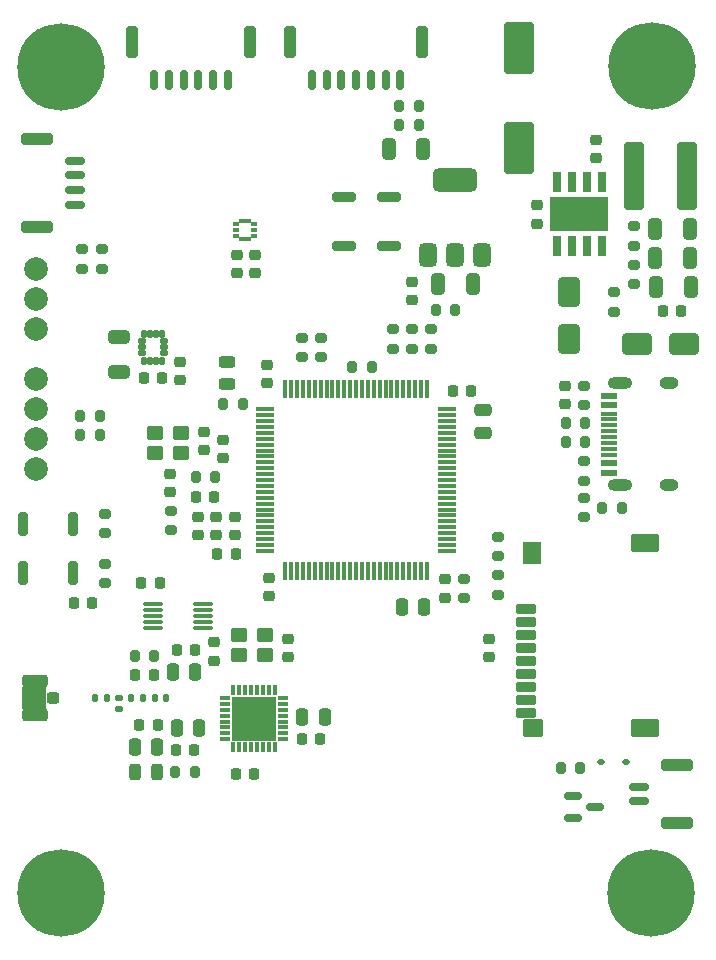
<source format=gbr>
%TF.GenerationSoftware,KiCad,Pcbnew,9.0.3*%
%TF.CreationDate,2025-09-14T01:16:20+07:00*%
%TF.ProjectId,CodeName0,436f6465-4e61-46d6-9530-2e6b69636164,rev?*%
%TF.SameCoordinates,Original*%
%TF.FileFunction,Soldermask,Top*%
%TF.FilePolarity,Negative*%
%FSLAX46Y46*%
G04 Gerber Fmt 4.6, Leading zero omitted, Abs format (unit mm)*
G04 Created by KiCad (PCBNEW 9.0.3) date 2025-09-14 01:16:20*
%MOMM*%
%LPD*%
G01*
G04 APERTURE LIST*
G04 Aperture macros list*
%AMRoundRect*
0 Rectangle with rounded corners*
0 $1 Rounding radius*
0 $2 $3 $4 $5 $6 $7 $8 $9 X,Y pos of 4 corners*
0 Add a 4 corners polygon primitive as box body*
4,1,4,$2,$3,$4,$5,$6,$7,$8,$9,$2,$3,0*
0 Add four circle primitives for the rounded corners*
1,1,$1+$1,$2,$3*
1,1,$1+$1,$4,$5*
1,1,$1+$1,$6,$7*
1,1,$1+$1,$8,$9*
0 Add four rect primitives between the rounded corners*
20,1,$1+$1,$2,$3,$4,$5,0*
20,1,$1+$1,$4,$5,$6,$7,0*
20,1,$1+$1,$6,$7,$8,$9,0*
20,1,$1+$1,$8,$9,$2,$3,0*%
G04 Aperture macros list end*
%ADD10RoundRect,0.250000X0.250000X0.475000X-0.250000X0.475000X-0.250000X-0.475000X0.250000X-0.475000X0*%
%ADD11RoundRect,0.200000X-0.200000X-0.275000X0.200000X-0.275000X0.200000X0.275000X-0.200000X0.275000X0*%
%ADD12RoundRect,0.225000X-0.250000X0.225000X-0.250000X-0.225000X0.250000X-0.225000X0.250000X0.225000X0*%
%ADD13RoundRect,0.225000X0.225000X0.250000X-0.225000X0.250000X-0.225000X-0.250000X0.225000X-0.250000X0*%
%ADD14RoundRect,0.200000X-0.275000X0.200000X-0.275000X-0.200000X0.275000X-0.200000X0.275000X0.200000X0*%
%ADD15C,0.800000*%
%ADD16C,7.400000*%
%ADD17RoundRect,0.250000X1.000000X0.650000X-1.000000X0.650000X-1.000000X-0.650000X1.000000X-0.650000X0*%
%ADD18RoundRect,0.225000X-0.225000X-0.250000X0.225000X-0.250000X0.225000X0.250000X-0.225000X0.250000X0*%
%ADD19RoundRect,0.250000X0.325000X0.650000X-0.325000X0.650000X-0.325000X-0.650000X0.325000X-0.650000X0*%
%ADD20RoundRect,0.200000X0.275000X-0.200000X0.275000X0.200000X-0.275000X0.200000X-0.275000X-0.200000X0*%
%ADD21RoundRect,0.250000X-0.325000X-0.650000X0.325000X-0.650000X0.325000X0.650000X-0.325000X0.650000X0*%
%ADD22RoundRect,0.218750X0.218750X0.256250X-0.218750X0.256250X-0.218750X-0.256250X0.218750X-0.256250X0*%
%ADD23RoundRect,0.250000X1.000000X-1.950000X1.000000X1.950000X-1.000000X1.950000X-1.000000X-1.950000X0*%
%ADD24RoundRect,0.200000X-0.800000X0.200000X-0.800000X-0.200000X0.800000X-0.200000X0.800000X0.200000X0*%
%ADD25RoundRect,0.243750X-0.243750X-0.456250X0.243750X-0.456250X0.243750X0.456250X-0.243750X0.456250X0*%
%ADD26RoundRect,0.140000X0.140000X0.170000X-0.140000X0.170000X-0.140000X-0.170000X0.140000X-0.170000X0*%
%ADD27RoundRect,0.218750X-0.256250X0.218750X-0.256250X-0.218750X0.256250X-0.218750X0.256250X0.218750X0*%
%ADD28RoundRect,0.200000X0.800000X-0.200000X0.800000X0.200000X-0.800000X0.200000X-0.800000X-0.200000X0*%
%ADD29RoundRect,0.250000X-0.600000X-2.600000X0.600000X-2.600000X0.600000X2.600000X-0.600000X2.600000X0*%
%ADD30C,2.000000*%
%ADD31RoundRect,0.218750X0.256250X-0.218750X0.256250X0.218750X-0.256250X0.218750X-0.256250X-0.218750X0*%
%ADD32RoundRect,0.050000X0.800000X-0.350000X0.800000X0.350000X-0.800000X0.350000X-0.800000X-0.350000X0*%
%ADD33RoundRect,0.050000X0.800000X-0.700000X0.800000X0.700000X-0.800000X0.700000X-0.800000X-0.700000X0*%
%ADD34RoundRect,0.050000X1.100000X-0.700000X1.100000X0.700000X-1.100000X0.700000X-1.100000X-0.700000X0*%
%ADD35RoundRect,0.050000X0.700000X-0.900000X0.700000X0.900000X-0.700000X0.900000X-0.700000X-0.900000X0*%
%ADD36RoundRect,0.225000X0.250000X-0.225000X0.250000X0.225000X-0.250000X0.225000X-0.250000X-0.225000X0*%
%ADD37RoundRect,0.250000X-0.450000X-0.350000X0.450000X-0.350000X0.450000X0.350000X-0.450000X0.350000X0*%
%ADD38RoundRect,0.375000X0.375000X-0.625000X0.375000X0.625000X-0.375000X0.625000X-0.375000X-0.625000X0*%
%ADD39RoundRect,0.500000X1.400000X-0.500000X1.400000X0.500000X-1.400000X0.500000X-1.400000X-0.500000X0*%
%ADD40RoundRect,0.140000X0.170000X-0.140000X0.170000X0.140000X-0.170000X0.140000X-0.170000X-0.140000X0*%
%ADD41RoundRect,0.150000X0.150000X0.700000X-0.150000X0.700000X-0.150000X-0.700000X0.150000X-0.700000X0*%
%ADD42RoundRect,0.250000X0.250000X1.100000X-0.250000X1.100000X-0.250000X-1.100000X0.250000X-1.100000X0*%
%ADD43R,1.450000X0.600000*%
%ADD44R,1.450000X0.300000*%
%ADD45O,2.100000X1.000000*%
%ADD46O,1.600000X1.000000*%
%ADD47RoundRect,0.200000X-0.200000X-0.800000X0.200000X-0.800000X0.200000X0.800000X-0.200000X0.800000X0*%
%ADD48RoundRect,0.150000X-0.700000X0.150000X-0.700000X-0.150000X0.700000X-0.150000X0.700000X0.150000X0*%
%ADD49RoundRect,0.250000X-1.100000X0.250000X-1.100000X-0.250000X1.100000X-0.250000X1.100000X0.250000X0*%
%ADD50RoundRect,0.250000X-0.250000X-0.475000X0.250000X-0.475000X0.250000X0.475000X-0.250000X0.475000X0*%
%ADD51RoundRect,0.035000X0.315000X-0.790000X0.315000X0.790000X-0.315000X0.790000X-0.315000X-0.790000X0*%
%ADD52R,4.900000X2.950000*%
%ADD53RoundRect,0.075000X-0.725000X-0.075000X0.725000X-0.075000X0.725000X0.075000X-0.725000X0.075000X0*%
%ADD54RoundRect,0.075000X-0.075000X-0.725000X0.075000X-0.725000X0.075000X0.725000X-0.075000X0.725000X0*%
%ADD55RoundRect,0.218750X-0.218750X-0.256250X0.218750X-0.256250X0.218750X0.256250X-0.218750X0.256250X0*%
%ADD56RoundRect,0.112500X-0.112500X0.232500X-0.112500X-0.232500X0.112500X-0.232500X0.112500X0.232500X0*%
%ADD57RoundRect,0.112500X-0.232500X0.112500X-0.232500X-0.112500X0.232500X-0.112500X0.232500X0.112500X0*%
%ADD58RoundRect,0.147500X-0.147500X-0.172500X0.147500X-0.172500X0.147500X0.172500X-0.147500X0.172500X0*%
%ADD59RoundRect,0.250000X0.650000X-0.325000X0.650000X0.325000X-0.650000X0.325000X-0.650000X-0.325000X0*%
%ADD60RoundRect,0.087500X-0.725000X-0.087500X0.725000X-0.087500X0.725000X0.087500X-0.725000X0.087500X0*%
%ADD61RoundRect,0.016650X-0.183350X0.168350X-0.183350X-0.168350X0.183350X-0.168350X0.183350X0.168350X0*%
%ADD62RoundRect,0.250000X0.275000X0.250000X-0.275000X0.250000X-0.275000X-0.250000X0.275000X-0.250000X0*%
%ADD63RoundRect,0.250000X0.850000X0.275000X-0.850000X0.275000X-0.850000X-0.275000X0.850000X-0.275000X0*%
%ADD64RoundRect,0.250000X-0.650000X1.000000X-0.650000X-1.000000X0.650000X-1.000000X0.650000X1.000000X0*%
%ADD65RoundRect,0.140000X-0.140000X-0.170000X0.140000X-0.170000X0.140000X0.170000X-0.140000X0.170000X0*%
%ADD66RoundRect,0.243750X-0.456250X0.243750X-0.456250X-0.243750X0.456250X-0.243750X0.456250X0.243750X0*%
%ADD67RoundRect,0.200000X0.200000X0.275000X-0.200000X0.275000X-0.200000X-0.275000X0.200000X-0.275000X0*%
%ADD68RoundRect,0.150000X-0.587500X-0.150000X0.587500X-0.150000X0.587500X0.150000X-0.587500X0.150000X0*%
%ADD69RoundRect,0.112500X0.187500X0.112500X-0.187500X0.112500X-0.187500X-0.112500X0.187500X-0.112500X0*%
%ADD70RoundRect,0.150000X0.700000X-0.150000X0.700000X0.150000X-0.700000X0.150000X-0.700000X-0.150000X0*%
%ADD71RoundRect,0.250000X1.100000X-0.250000X1.100000X0.250000X-1.100000X0.250000X-1.100000X-0.250000X0*%
%ADD72RoundRect,0.250000X-0.475000X0.250000X-0.475000X-0.250000X0.475000X-0.250000X0.475000X0.250000X0*%
%ADD73RoundRect,0.038750X-0.386250X-0.116250X0.386250X-0.116250X0.386250X0.116250X-0.386250X0.116250X0*%
%ADD74RoundRect,0.038750X-0.116250X-0.386250X0.116250X-0.386250X0.116250X0.386250X-0.116250X0.386250X0*%
%ADD75RoundRect,0.050000X-1.850000X-1.850000X1.850000X-1.850000X1.850000X1.850000X-1.850000X1.850000X0*%
G04 APERTURE END LIST*
%TO.C,J8*%
G36*
X103790000Y-119400000D02*
G01*
X101700000Y-119400000D01*
X101700000Y-117520000D01*
X103790000Y-117520000D01*
X103790000Y-119400000D01*
G37*
%TD*%
D10*
%TO.C,C22*%
X135750000Y-110750000D03*
X133850000Y-110750000D03*
%TD*%
D11*
%TO.C,R24*%
X116425000Y-99750000D03*
X118075000Y-99750000D03*
%TD*%
D12*
%TO.C,C31*%
X121450000Y-80955000D03*
X121450000Y-82505000D03*
%TD*%
D13*
%TO.C,C35*%
X116312500Y-122850000D03*
X114762500Y-122850000D03*
%TD*%
D11*
%TO.C,R25*%
X129660000Y-90390000D03*
X131310000Y-90390000D03*
%TD*%
D14*
%TO.C,R26*%
X127050000Y-87950000D03*
X127050000Y-89600000D03*
%TD*%
D15*
%TO.C,REF\u002A\u002A*%
X152225000Y-135000000D03*
X153037779Y-133037779D03*
X153037779Y-136962221D03*
X155000000Y-132225000D03*
D16*
X155000000Y-135000000D03*
D15*
X155000000Y-137775000D03*
X156962221Y-133037779D03*
X156962221Y-136962221D03*
X157775000Y-135000000D03*
%TD*%
D17*
%TO.C,D1*%
X157800000Y-88475000D03*
X153800000Y-88475000D03*
%TD*%
D11*
%TO.C,R11*%
X147750000Y-96800000D03*
X149400000Y-96800000D03*
%TD*%
D18*
%TO.C,C34*%
X119850000Y-124925000D03*
X121400000Y-124925000D03*
%TD*%
D19*
%TO.C,C10*%
X139887013Y-83438058D03*
X136937013Y-83438058D03*
%TD*%
D20*
%TO.C,R7*%
X108500000Y-82100000D03*
X108500000Y-80450000D03*
%TD*%
%TO.C,R15*%
X149300000Y-100050000D03*
X149300000Y-98400000D03*
%TD*%
D21*
%TO.C,C8*%
X155350000Y-78775000D03*
X158300000Y-78775000D03*
%TD*%
D14*
%TO.C,R1*%
X133125000Y-87250000D03*
X133125000Y-88900000D03*
%TD*%
D22*
%TO.C,FB3*%
X113225000Y-120750000D03*
X111650000Y-120750000D03*
%TD*%
D23*
%TO.C,C2*%
X143800000Y-71850000D03*
X143800000Y-63450000D03*
%TD*%
D18*
%TO.C,C28*%
X125400000Y-121950000D03*
X126950000Y-121950000D03*
%TD*%
D21*
%TO.C,C5*%
X155400000Y-83675000D03*
X158350000Y-83675000D03*
%TD*%
D24*
%TO.C,SW2*%
X129000000Y-76000000D03*
X129000000Y-80200000D03*
%TD*%
D25*
%TO.C,D4*%
X111312500Y-124725000D03*
X113187500Y-124725000D03*
%TD*%
D20*
%TO.C,R29*%
X108750000Y-104525000D03*
X108750000Y-102875000D03*
%TD*%
D21*
%TO.C,C6*%
X155350000Y-81175000D03*
X158300000Y-81175000D03*
%TD*%
D26*
%TO.C,C38*%
X108900000Y-118450000D03*
X107940000Y-118450000D03*
%TD*%
D11*
%TO.C,R23*%
X136750000Y-85600000D03*
X138400000Y-85600000D03*
%TD*%
D18*
%TO.C,C37*%
X106125000Y-110450000D03*
X107675000Y-110450000D03*
%TD*%
D27*
%TO.C,D6*%
X134700000Y-83200000D03*
X134700000Y-84775000D03*
%TD*%
D20*
%TO.C,R28*%
X139100000Y-110000000D03*
X139100000Y-108350000D03*
%TD*%
D12*
%TO.C,C1*%
X141250000Y-113450000D03*
X141250000Y-115000000D03*
%TD*%
D28*
%TO.C,SW1*%
X132750000Y-80200000D03*
X132750000Y-76000000D03*
%TD*%
D27*
%TO.C,FB2*%
X119775000Y-103100000D03*
X119775000Y-104675000D03*
%TD*%
D20*
%TO.C,R13*%
X136325000Y-88895000D03*
X136325000Y-87245000D03*
%TD*%
D29*
%TO.C,L1*%
X153550000Y-74225000D03*
X158050000Y-74225000D03*
%TD*%
D30*
%TO.C,J9*%
X102900000Y-91450000D03*
X102900000Y-93990000D03*
X102900000Y-96530000D03*
X102900000Y-99070000D03*
%TD*%
D10*
%TO.C,C33*%
X113162500Y-122600000D03*
X111262500Y-122600000D03*
%TD*%
D31*
%TO.C,FB1*%
X147700000Y-93575000D03*
X147700000Y-92000000D03*
%TD*%
D32*
%TO.C,J5*%
X144400000Y-110900000D03*
X144400000Y-112000000D03*
X144400000Y-113100000D03*
X144400000Y-114200000D03*
X144400000Y-115300000D03*
X144400000Y-116400000D03*
X144400000Y-117500000D03*
X144400000Y-118600000D03*
X144400000Y-119700000D03*
D33*
X145000000Y-121000000D03*
D34*
X154500000Y-121000000D03*
D35*
X144900000Y-106200000D03*
D34*
X154500000Y-105300000D03*
%TD*%
D11*
%TO.C,R32*%
X114687500Y-124700000D03*
X116337500Y-124700000D03*
%TD*%
D36*
%TO.C,C3*%
X150300000Y-72775000D03*
X150300000Y-71225000D03*
%TD*%
D15*
%TO.C,REF\u002A\u002A*%
X102225000Y-65000000D03*
X103037779Y-63037779D03*
X103037779Y-66962221D03*
X105000000Y-62225000D03*
D16*
X105000000Y-65000000D03*
D15*
X105000000Y-67775000D03*
X106962221Y-63037779D03*
X106962221Y-66962221D03*
X107775000Y-65000000D03*
%TD*%
D36*
%TO.C,C21*%
X116600000Y-104675000D03*
X116600000Y-103125000D03*
%TD*%
D37*
%TO.C,Y1*%
X113000000Y-97750000D03*
X115200000Y-97750000D03*
X115200000Y-96050000D03*
X113000000Y-96050000D03*
%TD*%
D38*
%TO.C,U2*%
X136087013Y-80938058D03*
X138387013Y-80938058D03*
D39*
X138387013Y-74638058D03*
D38*
X140687013Y-80938058D03*
%TD*%
D36*
%TO.C,C15*%
X122600000Y-109850000D03*
X122600000Y-108300000D03*
%TD*%
D11*
%TO.C,R22*%
X147325000Y-124400000D03*
X148975000Y-124400000D03*
%TD*%
D40*
%TO.C,C42*%
X109950000Y-119410000D03*
X109950000Y-118450000D03*
%TD*%
D41*
%TO.C,J2*%
X133750000Y-66100000D03*
X132500000Y-66100000D03*
X131250000Y-66100000D03*
X130000000Y-66100000D03*
X128750000Y-66100000D03*
X127500000Y-66100000D03*
X126250000Y-66100000D03*
D42*
X135600000Y-62900000D03*
X124400000Y-62900000D03*
%TD*%
D36*
%TO.C,C27*%
X115105000Y-91545000D03*
X115105000Y-89995000D03*
%TD*%
D14*
%TO.C,R16*%
X149300000Y-92000000D03*
X149300000Y-93650000D03*
%TD*%
D10*
%TO.C,C25*%
X116700000Y-121000000D03*
X114800000Y-121000000D03*
%TD*%
D43*
%TO.C,J3*%
X151405000Y-99370000D03*
X151405000Y-98570000D03*
D44*
X151405000Y-97370000D03*
X151405000Y-96370000D03*
X151405000Y-95870000D03*
X151405000Y-94870000D03*
D43*
X151405000Y-93670000D03*
X151405000Y-92870000D03*
X151405000Y-92870000D03*
X151405000Y-93670000D03*
D44*
X151405000Y-94370000D03*
X151405000Y-95370000D03*
X151405000Y-96870000D03*
X151405000Y-97870000D03*
D43*
X151405000Y-98570000D03*
X151405000Y-99370000D03*
D45*
X152320000Y-100440000D03*
D46*
X156500000Y-100440000D03*
D45*
X152320000Y-91800000D03*
D46*
X156500000Y-91800000D03*
%TD*%
D12*
%TO.C,C41*%
X124200000Y-113450000D03*
X124200000Y-115000000D03*
%TD*%
D47*
%TO.C,SW4*%
X101800000Y-107900000D03*
X106000000Y-107900000D03*
%TD*%
D14*
%TO.C,R4*%
X142050000Y-108050000D03*
X142050000Y-109700000D03*
%TD*%
D48*
%TO.C,J4*%
X106200000Y-72950000D03*
X106200000Y-74200000D03*
X106200000Y-75450000D03*
X106200000Y-76700000D03*
D49*
X103000000Y-71100000D03*
X103000000Y-78550000D03*
%TD*%
D15*
%TO.C,REF\u002A\u002A*%
X102225000Y-135000000D03*
X103037779Y-133037779D03*
X103037779Y-136962221D03*
X105000000Y-132225000D03*
D16*
X105000000Y-135000000D03*
D15*
X105000000Y-137775000D03*
X106962221Y-133037779D03*
X106962221Y-136962221D03*
X107775000Y-135000000D03*
%TD*%
D41*
%TO.C,J6*%
X119150000Y-66100000D03*
X117900000Y-66100000D03*
X116650000Y-66100000D03*
X115400000Y-66100000D03*
X114150000Y-66100000D03*
X112900000Y-66100000D03*
D42*
X121000000Y-62900000D03*
X111050000Y-62900000D03*
%TD*%
D14*
%TO.C,R21*%
X108750000Y-107075000D03*
X108750000Y-108725000D03*
%TD*%
D30*
%TO.C,J1*%
X102900000Y-82100000D03*
X102900000Y-84640000D03*
X102900000Y-87180000D03*
%TD*%
D50*
%TO.C,C24*%
X114475000Y-116250000D03*
X116375000Y-116250000D03*
%TD*%
D11*
%TO.C,R30*%
X106650000Y-96200000D03*
X108300000Y-96200000D03*
%TD*%
D18*
%TO.C,C39*%
X111825000Y-108700000D03*
X113375000Y-108700000D03*
%TD*%
D51*
%TO.C,U1*%
X146995000Y-80175000D03*
X148265000Y-80175000D03*
X149535000Y-80175000D03*
X150805000Y-80175000D03*
X150805000Y-74775000D03*
X149535000Y-74775000D03*
X148265000Y-74775000D03*
X146995000Y-74775000D03*
D52*
X148900000Y-77475000D03*
%TD*%
D53*
%TO.C,U3*%
X122325000Y-94000000D03*
X122325000Y-94500000D03*
X122325000Y-95000000D03*
X122325000Y-95500000D03*
X122325000Y-96000000D03*
X122325000Y-96500000D03*
X122325000Y-97000000D03*
X122325000Y-97500000D03*
X122325000Y-98000000D03*
X122325000Y-98500000D03*
X122325000Y-99000000D03*
X122325000Y-99500000D03*
X122325000Y-100000000D03*
X122325000Y-100500000D03*
X122325000Y-101000000D03*
X122325000Y-101500000D03*
X122325000Y-102000000D03*
X122325000Y-102500000D03*
X122325000Y-103000000D03*
X122325000Y-103500000D03*
X122325000Y-104000000D03*
X122325000Y-104500000D03*
X122325000Y-105000000D03*
X122325000Y-105500000D03*
X122325000Y-106000000D03*
D54*
X124000000Y-107675000D03*
X124500000Y-107675000D03*
X125000000Y-107675000D03*
X125500000Y-107675000D03*
X126000000Y-107675000D03*
X126500000Y-107675000D03*
X127000000Y-107675000D03*
X127500000Y-107675000D03*
X128000000Y-107675000D03*
X128500000Y-107675000D03*
X129000000Y-107675000D03*
X129500000Y-107675000D03*
X130000000Y-107675000D03*
X130500000Y-107675000D03*
X131000000Y-107675000D03*
X131500000Y-107675000D03*
X132000000Y-107675000D03*
X132500000Y-107675000D03*
X133000000Y-107675000D03*
X133500000Y-107675000D03*
X134000000Y-107675000D03*
X134500000Y-107675000D03*
X135000000Y-107675000D03*
X135500000Y-107675000D03*
X136000000Y-107675000D03*
D53*
X137675000Y-106000000D03*
X137675000Y-105500000D03*
X137675000Y-105000000D03*
X137675000Y-104500000D03*
X137675000Y-104000000D03*
X137675000Y-103500000D03*
X137675000Y-103000000D03*
X137675000Y-102500000D03*
X137675000Y-102000000D03*
X137675000Y-101500000D03*
X137675000Y-101000000D03*
X137675000Y-100500000D03*
X137675000Y-100000000D03*
X137675000Y-99500000D03*
X137675000Y-99000000D03*
X137675000Y-98500000D03*
X137675000Y-98000000D03*
X137675000Y-97500000D03*
X137675000Y-97000000D03*
X137675000Y-96500000D03*
X137675000Y-96000000D03*
X137675000Y-95500000D03*
X137675000Y-95000000D03*
X137675000Y-94500000D03*
X137675000Y-94000000D03*
D54*
X136000000Y-92325000D03*
X135500000Y-92325000D03*
X135000000Y-92325000D03*
X134500000Y-92325000D03*
X134000000Y-92325000D03*
X133500000Y-92325000D03*
X133000000Y-92325000D03*
X132500000Y-92325000D03*
X132000000Y-92325000D03*
X131500000Y-92325000D03*
X131000000Y-92325000D03*
X130500000Y-92325000D03*
X130000000Y-92325000D03*
X129500000Y-92325000D03*
X129000000Y-92325000D03*
X128500000Y-92325000D03*
X128000000Y-92325000D03*
X127500000Y-92325000D03*
X127000000Y-92325000D03*
X126500000Y-92325000D03*
X126000000Y-92325000D03*
X125500000Y-92325000D03*
X125000000Y-92325000D03*
X124500000Y-92325000D03*
X124000000Y-92325000D03*
%TD*%
D37*
%TO.C,Y2*%
X120100000Y-114850000D03*
X122300000Y-114850000D03*
X122300000Y-113150000D03*
X120100000Y-113150000D03*
%TD*%
D15*
%TO.C,REF\u002A\u002A*%
X152262779Y-64962221D03*
X153075558Y-63000000D03*
X153075558Y-66924442D03*
X155037779Y-62187221D03*
D16*
X155037779Y-64962221D03*
D15*
X155037779Y-67737221D03*
X157000000Y-63000000D03*
X157000000Y-66924442D03*
X157812779Y-64962221D03*
%TD*%
D50*
%TO.C,C36*%
X125450000Y-120025000D03*
X127350000Y-120025000D03*
%TD*%
D36*
%TO.C,C20*%
X118175000Y-104675000D03*
X118175000Y-103125000D03*
%TD*%
D55*
%TO.C,D7*%
X111325000Y-116500000D03*
X112900000Y-116500000D03*
%TD*%
D56*
%TO.C,U4*%
X113540000Y-87605000D03*
X113040000Y-87605000D03*
X112540000Y-87605000D03*
X112040000Y-87605000D03*
D57*
X111875000Y-88270000D03*
X111875000Y-88770000D03*
X111875000Y-89270000D03*
D56*
X112040000Y-89935000D03*
X112540000Y-89935000D03*
X113040000Y-89935000D03*
X113540000Y-89935000D03*
D57*
X113705000Y-89270000D03*
X113705000Y-88770000D03*
X113705000Y-88270000D03*
%TD*%
D13*
%TO.C,C29*%
X113580000Y-91370000D03*
X112030000Y-91370000D03*
%TD*%
D12*
%TO.C,C13*%
X114250000Y-99500000D03*
X114250000Y-101050000D03*
%TD*%
D58*
%TO.C,L2*%
X110980000Y-118450000D03*
X111950000Y-118450000D03*
%TD*%
D59*
%TO.C,C32*%
X109955000Y-90870000D03*
X109955000Y-87920000D03*
%TD*%
D60*
%TO.C,U7*%
X112837500Y-110500000D03*
X112837500Y-111000000D03*
X112837500Y-111500000D03*
X112837500Y-112000000D03*
X112837500Y-112500000D03*
X117062500Y-112500000D03*
X117062500Y-112000000D03*
X117062500Y-111500000D03*
X117062500Y-111000000D03*
X117062500Y-110500000D03*
%TD*%
D14*
%TO.C,R3*%
X153550000Y-81775000D03*
X153550000Y-83425000D03*
%TD*%
D61*
%TO.C,U5*%
X120865000Y-78035000D03*
X120365000Y-78035000D03*
X119850000Y-78300000D03*
X119850000Y-78800000D03*
X119850000Y-79300000D03*
X120365000Y-79565000D03*
X120865000Y-79565000D03*
X121380000Y-79300000D03*
X121380000Y-78800000D03*
X121380000Y-78300000D03*
%TD*%
D62*
%TO.C,J8*%
X104325000Y-118460000D03*
D63*
X102800000Y-119935000D03*
X102800000Y-116985000D03*
%TD*%
D36*
%TO.C,C17*%
X122500000Y-91800000D03*
X122500000Y-90250000D03*
%TD*%
D64*
%TO.C,D2*%
X148000000Y-84100000D03*
X148000000Y-88100000D03*
%TD*%
D36*
%TO.C,C40*%
X118000000Y-115300000D03*
X118000000Y-113750000D03*
%TD*%
D65*
%TO.C,C43*%
X112990000Y-118450000D03*
X113950000Y-118450000D03*
%TD*%
D20*
%TO.C,R5*%
X151850000Y-85750000D03*
X151850000Y-84100000D03*
%TD*%
D66*
%TO.C,D3*%
X119100000Y-90000000D03*
X119100000Y-91875000D03*
%TD*%
D20*
%TO.C,R19*%
X149300000Y-103150000D03*
X149300000Y-101500000D03*
%TD*%
D47*
%TO.C,SW3*%
X101800000Y-103700000D03*
X106000000Y-103700000D03*
%TD*%
D20*
%TO.C,R2*%
X153550000Y-80175000D03*
X153550000Y-78525000D03*
%TD*%
D14*
%TO.C,R27*%
X125440000Y-87950000D03*
X125440000Y-89600000D03*
%TD*%
D36*
%TO.C,C9*%
X145350000Y-78300000D03*
X145350000Y-76750000D03*
%TD*%
D67*
%TO.C,R31*%
X108300000Y-94600000D03*
X106650000Y-94600000D03*
%TD*%
D14*
%TO.C,R6*%
X106800000Y-80450000D03*
X106800000Y-82100000D03*
%TD*%
D13*
%TO.C,C7*%
X119800000Y-106250000D03*
X118250000Y-106250000D03*
%TD*%
D18*
%TO.C,C4*%
X156000000Y-85650000D03*
X157550000Y-85650000D03*
%TD*%
D68*
%TO.C,Q1*%
X148350000Y-126750000D03*
X148350000Y-128650000D03*
X150225000Y-127700000D03*
%TD*%
D69*
%TO.C,D5*%
X152850000Y-123850000D03*
X150750000Y-123850000D03*
%TD*%
D14*
%TO.C,R8*%
X142050000Y-104800000D03*
X142050000Y-106450000D03*
%TD*%
%TO.C,R9*%
X114300000Y-102600000D03*
X114300000Y-104250000D03*
%TD*%
D36*
%TO.C,C14*%
X117100000Y-97450000D03*
X117100000Y-95900000D03*
%TD*%
D18*
%TO.C,C12*%
X138225000Y-92500000D03*
X139775000Y-92500000D03*
%TD*%
D19*
%TO.C,C16*%
X135700000Y-72000000D03*
X132750000Y-72000000D03*
%TD*%
D20*
%TO.C,R10*%
X134725000Y-88900000D03*
X134725000Y-87250000D03*
%TD*%
D36*
%TO.C,C11*%
X118700000Y-98150000D03*
X118700000Y-96600000D03*
%TD*%
D11*
%TO.C,R33*%
X111275000Y-114900000D03*
X112925000Y-114900000D03*
%TD*%
D67*
%TO.C,R17*%
X135325000Y-68300000D03*
X133675000Y-68300000D03*
%TD*%
D18*
%TO.C,C19*%
X116450000Y-101400000D03*
X118000000Y-101400000D03*
%TD*%
D70*
%TO.C,J7*%
X153950000Y-127200000D03*
X153950000Y-125950000D03*
D71*
X157150000Y-129050000D03*
X157150000Y-124100000D03*
%TD*%
D11*
%TO.C,R20*%
X118775000Y-93600000D03*
X120425000Y-93600000D03*
%TD*%
D67*
%TO.C,R18*%
X135325000Y-69900000D03*
X133675000Y-69900000D03*
%TD*%
D12*
%TO.C,C18*%
X137500000Y-108400000D03*
X137500000Y-109950000D03*
%TD*%
D11*
%TO.C,R12*%
X147750000Y-95200000D03*
X149400000Y-95200000D03*
%TD*%
D72*
%TO.C,C23*%
X140750000Y-94100000D03*
X140750000Y-96000000D03*
%TD*%
D12*
%TO.C,C30*%
X119880000Y-80955000D03*
X119880000Y-82505000D03*
%TD*%
D73*
%TO.C,U6*%
X118905000Y-118445000D03*
X118905000Y-118945000D03*
X118905000Y-119445000D03*
X118905000Y-119945000D03*
X118905000Y-120445000D03*
X118905000Y-120945000D03*
X118905000Y-121445000D03*
X118905000Y-121945000D03*
D74*
X119600000Y-122640000D03*
X120100000Y-122640000D03*
X120600000Y-122640000D03*
X121100000Y-122640000D03*
X121600000Y-122640000D03*
X122100000Y-122640000D03*
X122600000Y-122640000D03*
X123100000Y-122640000D03*
D73*
X123795000Y-121945000D03*
X123795000Y-121445000D03*
X123795000Y-120945000D03*
X123795000Y-120445000D03*
X123795000Y-119945000D03*
X123795000Y-119445000D03*
X123795000Y-118945000D03*
X123795000Y-118445000D03*
D74*
X123100000Y-117750000D03*
X122600000Y-117750000D03*
X122100000Y-117750000D03*
X121600000Y-117750000D03*
X121100000Y-117750000D03*
X120600000Y-117750000D03*
X120100000Y-117750000D03*
X119600000Y-117750000D03*
D75*
X121350000Y-120195000D03*
%TD*%
D11*
%TO.C,R14*%
X150850000Y-102400000D03*
X152500000Y-102400000D03*
%TD*%
D18*
%TO.C,C26*%
X114850000Y-114375000D03*
X116400000Y-114375000D03*
%TD*%
M02*

</source>
